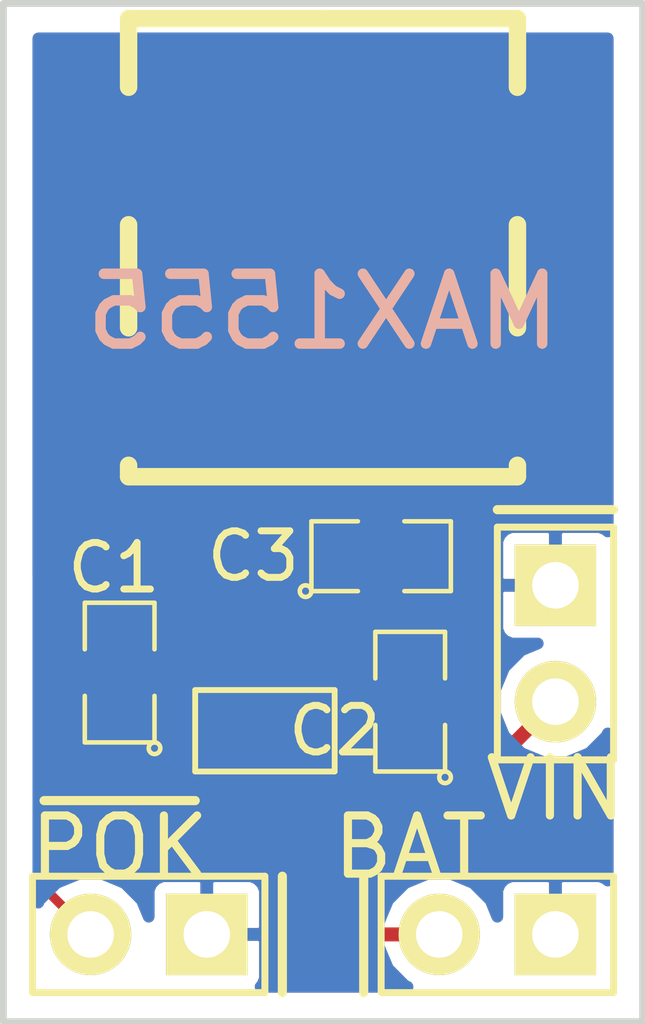
<source format=kicad_pcb>
(kicad_pcb (version 3) (host pcbnew "(2012-nov-02)-testing")

  (general
    (links 18)
    (no_connects 0)
    (area 147.657256 104.42702 175.387 129.615001)
    (thickness 1.6)
    (drawings 12)
    (tracks 20)
    (zones 0)
    (modules 8)
    (nets 6)
  )

  (page A3)
  (layers
    (15 F.Cu signal)
    (0 B.Cu signal)
    (16 B.Adhes user)
    (17 F.Adhes user)
    (18 B.Paste user)
    (19 F.Paste user)
    (20 B.SilkS user)
    (21 F.SilkS user)
    (22 B.Mask user)
    (23 F.Mask user)
    (24 Dwgs.User user)
    (25 Cmts.User user)
    (26 Eco1.User user)
    (27 Eco2.User user)
    (28 Edge.Cuts user)
  )

  (setup
    (last_trace_width 0.2032)
    (user_trace_width 0.2032)
    (trace_clearance 0.3048)
    (zone_clearance 0.254)
    (zone_45_only no)
    (trace_min 0.1524)
    (segment_width 0.2)
    (edge_width 0.15)
    (via_size 0.889)
    (via_drill 0.635)
    (via_min_size 0.889)
    (via_min_drill 0.508)
    (uvia_size 0.508)
    (uvia_drill 0.127)
    (uvias_allowed no)
    (uvia_min_size 0.508)
    (uvia_min_drill 0.127)
    (pcb_text_width 0.3)
    (pcb_text_size 1 1)
    (mod_edge_width 0.15)
    (mod_text_size 1 1)
    (mod_text_width 0.15)
    (pad_size 1.778 1.778)
    (pad_drill 1.016)
    (pad_to_mask_clearance 0)
    (aux_axis_origin 0 0)
    (visible_elements FFFFFFBF)
    (pcbplotparams
      (layerselection 284196865)
      (usegerberextensions true)
      (excludeedgelayer true)
      (linewidth 152400)
      (plotframeref false)
      (viasonmask false)
      (mode 1)
      (useauxorigin false)
      (hpglpennumber 1)
      (hpglpenspeed 20)
      (hpglpendiameter 15)
      (hpglpenoverlay 2)
      (psnegative false)
      (psa4output false)
      (plotreference true)
      (plotvalue true)
      (plotothertext true)
      (plotinvisibletext false)
      (padsonsilk false)
      (subtractmaskfromsilk false)
      (outputformat 1)
      (mirror false)
      (drillshape 0)
      (scaleselection 1)
      (outputdirectory out))
  )

  (net 0 "")
  (net 1 /BAT)
  (net 2 /VDC)
  (net 3 /VUSB)
  (net 4 /\POK)
  (net 5 GND)

  (net_class Default "This is the default net class."
    (clearance 0.3048)
    (trace_width 0.3048)
    (via_dia 0.889)
    (via_drill 0.635)
    (uvia_dia 0.508)
    (uvia_drill 0.127)
    (add_net "")
    (add_net /BAT)
    (add_net /VDC)
    (add_net /VUSB)
    (add_net /\POK)
    (add_net GND)
  )

  (module SOT23-5 (layer F.Cu) (tedit 5126531F) (tstamp 512650E2)
    (at 162.56 123.19 180)
    (path /5126503D)
    (attr smd)
    (fp_text reference P1 (at 8.255 0.635 270) (layer F.SilkS) hide
      (effects (font (size 0.635 0.635) (thickness 0.127)))
    )
    (fp_text value MAX1555 (at 12.065 1.27 180) (layer F.SilkS) hide
      (effects (font (size 0.635 0.635) (thickness 0.127)))
    )
    (fp_line (start 1.524 -0.889) (end 1.524 0.889) (layer F.SilkS) (width 0.127))
    (fp_line (start 1.524 0.889) (end -1.524 0.889) (layer F.SilkS) (width 0.127))
    (fp_line (start -1.524 0.889) (end -1.524 -0.889) (layer F.SilkS) (width 0.127))
    (fp_line (start -1.524 -0.889) (end 1.524 -0.889) (layer F.SilkS) (width 0.127))
    (pad 1 smd rect (at -0.9525 1.27 180) (size 0.508 0.762)
      (layers F.Cu F.Paste F.Mask)
      (net 3 /VUSB)
    )
    (pad 3 smd rect (at 0.9525 1.27 180) (size 0.508 0.762)
      (layers F.Cu F.Paste F.Mask)
      (net 4 /\POK)
    )
    (pad 5 smd rect (at -0.9525 -1.27 180) (size 0.508 0.762)
      (layers F.Cu F.Paste F.Mask)
      (net 2 /VDC)
    )
    (pad 2 smd rect (at 0 1.27 180) (size 0.508 0.762)
      (layers F.Cu F.Paste F.Mask)
      (net 5 GND)
    )
    (pad 4 smd rect (at 0.9525 -1.27 180) (size 0.508 0.762)
      (layers F.Cu F.Paste F.Mask)
      (net 1 /BAT)
    )
    (model smd/SOT23_5.wrl
      (at (xyz 0 0 0))
      (scale (xyz 0.1 0.1 0.1))
      (rotate (xyz 0 0 0))
    )
  )

  (module SM0805 (layer F.Cu) (tedit 5126536C) (tstamp 512650EF)
    (at 165.1 119.38)
    (path /51264F9A)
    (attr smd)
    (fp_text reference C3 (at -2.794 0) (layer F.SilkS)
      (effects (font (size 1.016 1.016) (thickness 0.1524)))
    )
    (fp_text value 10uF (at -10.668 -0.508) (layer F.SilkS) hide
      (effects (font (size 0.50038 0.50038) (thickness 0.10922)))
    )
    (fp_circle (center -1.651 0.762) (end -1.651 0.635) (layer F.SilkS) (width 0.09906))
    (fp_line (start -0.508 0.762) (end -1.524 0.762) (layer F.SilkS) (width 0.09906))
    (fp_line (start -1.524 0.762) (end -1.524 -0.762) (layer F.SilkS) (width 0.09906))
    (fp_line (start -1.524 -0.762) (end -0.508 -0.762) (layer F.SilkS) (width 0.09906))
    (fp_line (start 0.508 -0.762) (end 1.524 -0.762) (layer F.SilkS) (width 0.09906))
    (fp_line (start 1.524 -0.762) (end 1.524 0.762) (layer F.SilkS) (width 0.09906))
    (fp_line (start 1.524 0.762) (end 0.508 0.762) (layer F.SilkS) (width 0.09906))
    (pad 1 smd rect (at -0.9525 0) (size 0.889 1.397)
      (layers F.Cu F.Paste F.Mask)
      (net 3 /VUSB)
    )
    (pad 2 smd rect (at 0.9525 0) (size 0.889 1.397)
      (layers F.Cu F.Paste F.Mask)
      (net 5 GND)
    )
    (model smd/chip_cms.wrl
      (at (xyz 0 0 0))
      (scale (xyz 0.1 0.1 0.1))
      (rotate (xyz 0 0 0))
    )
  )

  (module SM0805 (layer F.Cu) (tedit 5126538E) (tstamp 51265541)
    (at 165.735 122.555 90)
    (path /5126524D)
    (attr smd)
    (fp_text reference C2 (at -0.635 -1.651 180) (layer F.SilkS)
      (effects (font (size 1.016 1.016) (thickness 0.1524)))
    )
    (fp_text value 10uF (at 1.905 -11.811 90) (layer F.SilkS) hide
      (effects (font (size 0.50038 0.50038) (thickness 0.10922)))
    )
    (fp_circle (center -1.651 0.762) (end -1.651 0.635) (layer F.SilkS) (width 0.09906))
    (fp_line (start -0.508 0.762) (end -1.524 0.762) (layer F.SilkS) (width 0.09906))
    (fp_line (start -1.524 0.762) (end -1.524 -0.762) (layer F.SilkS) (width 0.09906))
    (fp_line (start -1.524 -0.762) (end -0.508 -0.762) (layer F.SilkS) (width 0.09906))
    (fp_line (start 0.508 -0.762) (end 1.524 -0.762) (layer F.SilkS) (width 0.09906))
    (fp_line (start 1.524 -0.762) (end 1.524 0.762) (layer F.SilkS) (width 0.09906))
    (fp_line (start 1.524 0.762) (end 0.508 0.762) (layer F.SilkS) (width 0.09906))
    (pad 1 smd rect (at -0.9525 0 90) (size 0.889 1.397)
      (layers F.Cu F.Paste F.Mask)
      (net 2 /VDC)
    )
    (pad 2 smd rect (at 0.9525 0 90) (size 0.889 1.397)
      (layers F.Cu F.Paste F.Mask)
      (net 5 GND)
    )
    (model smd/chip_cms.wrl
      (at (xyz 0 0 0))
      (scale (xyz 0.1 0.1 0.1))
      (rotate (xyz 0 0 0))
    )
  )

  (module SM0805 (layer F.Cu) (tedit 51265370) (tstamp 51265109)
    (at 159.385 121.92 90)
    (path /512652AA)
    (attr smd)
    (fp_text reference C1 (at 2.286 -0.127 180) (layer F.SilkS)
      (effects (font (size 1.016 1.016) (thickness 0.1524)))
    )
    (fp_text value C (at 0.254 -3.429 90) (layer F.SilkS) hide
      (effects (font (size 0.50038 0.50038) (thickness 0.10922)))
    )
    (fp_circle (center -1.651 0.762) (end -1.651 0.635) (layer F.SilkS) (width 0.09906))
    (fp_line (start -0.508 0.762) (end -1.524 0.762) (layer F.SilkS) (width 0.09906))
    (fp_line (start -1.524 0.762) (end -1.524 -0.762) (layer F.SilkS) (width 0.09906))
    (fp_line (start -1.524 -0.762) (end -0.508 -0.762) (layer F.SilkS) (width 0.09906))
    (fp_line (start 0.508 -0.762) (end 1.524 -0.762) (layer F.SilkS) (width 0.09906))
    (fp_line (start 1.524 -0.762) (end 1.524 0.762) (layer F.SilkS) (width 0.09906))
    (fp_line (start 1.524 0.762) (end 0.508 0.762) (layer F.SilkS) (width 0.09906))
    (pad 1 smd rect (at -0.9525 0 90) (size 0.889 1.397)
      (layers F.Cu F.Paste F.Mask)
      (net 1 /BAT)
    )
    (pad 2 smd rect (at 0.9525 0 90) (size 0.889 1.397)
      (layers F.Cu F.Paste F.Mask)
      (net 5 GND)
    )
    (model smd/chip_cms.wrl
      (at (xyz 0 0 0))
      (scale (xyz 0.1 0.1 0.1))
      (rotate (xyz 0 0 0))
    )
  )

  (module PIN_ARRAY_2X1 (layer F.Cu) (tedit 512652DC) (tstamp 51265113)
    (at 168.91 121.285 90)
    (descr "Connecteurs 2 pins")
    (tags "CONN DEV")
    (path /51264F51)
    (fp_text reference P2 (at 3.81 -3.81 90) (layer F.SilkS) hide
      (effects (font (size 0.762 0.762) (thickness 0.1524)))
    )
    (fp_text value CONN_2 (at 0 -1.905 90) (layer F.SilkS) hide
      (effects (font (size 0.762 0.762) (thickness 0.1524)))
    )
    (fp_line (start -2.54 1.27) (end -2.54 -1.27) (layer F.SilkS) (width 0.1524))
    (fp_line (start -2.54 -1.27) (end 2.54 -1.27) (layer F.SilkS) (width 0.1524))
    (fp_line (start 2.54 -1.27) (end 2.54 1.27) (layer F.SilkS) (width 0.1524))
    (fp_line (start 2.54 1.27) (end -2.54 1.27) (layer F.SilkS) (width 0.1524))
    (pad 1 thru_hole circle (at -1.27 0 90) (size 1.778 1.778) (drill 1.016)
      (layers *.Cu *.Mask F.SilkS)
      (net 2 /VDC)
    )
    (pad 2 thru_hole rect (at 1.27 0 90) (size 1.778 1.778) (drill 1.016)
      (layers *.Cu *.Mask F.SilkS)
      (net 5 GND)
    )
    (model pin_array/pins_array_2x1.wrl
      (at (xyz 0 0 0))
      (scale (xyz 1 1 1))
      (rotate (xyz 0 0 0))
    )
  )

  (module PIN_ARRAY_2X1 (layer F.Cu) (tedit 512652EB) (tstamp 5126511D)
    (at 167.64 127.635)
    (descr "Connecteurs 2 pins")
    (tags "CONN DEV")
    (path /5126515A)
    (fp_text reference P3 (at 6.985 -4.445 90) (layer F.SilkS) hide
      (effects (font (size 0.762 0.762) (thickness 0.1524)))
    )
    (fp_text value CONN_2 (at 0 -1.905) (layer F.SilkS) hide
      (effects (font (size 0.762 0.762) (thickness 0.1524)))
    )
    (fp_line (start -2.54 1.27) (end -2.54 -1.27) (layer F.SilkS) (width 0.1524))
    (fp_line (start -2.54 -1.27) (end 2.54 -1.27) (layer F.SilkS) (width 0.1524))
    (fp_line (start 2.54 -1.27) (end 2.54 1.27) (layer F.SilkS) (width 0.1524))
    (fp_line (start 2.54 1.27) (end -2.54 1.27) (layer F.SilkS) (width 0.1524))
    (pad 1 thru_hole circle (at -1.27 0) (size 1.778 1.778) (drill 1.016)
      (layers *.Cu *.Mask F.SilkS)
      (net 1 /BAT)
    )
    (pad 2 thru_hole rect (at 1.27 0) (size 1.778 1.778) (drill 1.016)
      (layers *.Cu *.Mask F.SilkS)
      (net 5 GND)
    )
    (model pin_array/pins_array_2x1.wrl
      (at (xyz 0 0 0))
      (scale (xyz 1 1 1))
      (rotate (xyz 0 0 0))
    )
  )

  (module PIN_ARRAY_2X1 (layer F.Cu) (tedit 5126529D) (tstamp 512652B3)
    (at 160.02 127.635)
    (descr "Connecteurs 2 pins")
    (tags "CONN DEV")
    (path /512651B4)
    (fp_text reference P4 (at -5.08 -3.81) (layer F.SilkS) hide
      (effects (font (size 0.762 0.762) (thickness 0.1524)))
    )
    (fp_text value CONN_2 (at 0 -1.905) (layer F.SilkS) hide
      (effects (font (size 0.762 0.762) (thickness 0.1524)))
    )
    (fp_line (start -2.54 1.27) (end -2.54 -1.27) (layer F.SilkS) (width 0.1524))
    (fp_line (start -2.54 -1.27) (end 2.54 -1.27) (layer F.SilkS) (width 0.1524))
    (fp_line (start 2.54 -1.27) (end 2.54 1.27) (layer F.SilkS) (width 0.1524))
    (fp_line (start 2.54 1.27) (end -2.54 1.27) (layer F.SilkS) (width 0.1524))
    (pad 1 thru_hole circle (at -1.27 0) (size 1.778 1.778) (drill 1.016)
      (layers *.Cu *.Mask F.SilkS)
      (net 4 /\POK)
    )
    (pad 2 thru_hole rect (at 1.27 0) (size 1.778 1.778) (drill 1.016)
      (layers *.Cu *.Mask F.SilkS)
      (net 5 GND)
    )
    (model pin_array/pins_array_2x1.wrl
      (at (xyz 0 0 0))
      (scale (xyz 1 1 1))
      (rotate (xyz 0 0 0))
    )
  )

  (module MINI-USB-UX60A-MB-5ST (layer F.Cu) (tedit 50AC06B2) (tstamp 5126513D)
    (at 163.83 112.395 180)
    (path /51264EC6)
    (fp_text reference CON1 (at 0 -7.24916 180) (layer F.SilkS) hide
      (effects (font (size 1.524 1.524) (thickness 0.3048)))
    )
    (fp_text value USB-MINI-B (at 0 6.74878 180) (layer F.SilkS) hide
      (effects (font (size 1.524 1.524) (thickness 0.3048)))
    )
    (fp_line (start 4.24942 -5.00126) (end 4.24942 -5.25018) (layer F.SilkS) (width 0.381))
    (fp_line (start 4.24942 -5.25018) (end -4.24942 -5.25018) (layer F.SilkS) (width 0.381))
    (fp_line (start -4.24942 -5.25018) (end -4.24942 -5.00126) (layer F.SilkS) (width 0.381))
    (fp_line (start -4.24942 0.24892) (end -4.24942 -1.99898) (layer F.SilkS) (width 0.381))
    (fp_line (start 4.24942 0.24892) (end 4.24942 -1.99898) (layer F.SilkS) (width 0.381))
    (fp_line (start 0 4.7498) (end -4.24942 4.7498) (layer F.SilkS) (width 0.381))
    (fp_line (start -4.24942 4.7498) (end -4.24942 3.2512) (layer F.SilkS) (width 0.381))
    (fp_line (start 0 4.7498) (end 4.24942 4.7498) (layer F.SilkS) (width 0.381))
    (fp_line (start 4.24942 4.7498) (end 4.24942 3.2512) (layer F.SilkS) (width 0.381))
    (pad 5 smd rect (at 1.6002 -3.82524 180) (size 0.50038 1.99898)
      (layers F.Cu F.Paste F.Mask)
      (net 5 GND)
      (clearance 0.14986)
    )
    (pad 4 smd rect (at 0.8001 -3.82524 180) (size 0.50038 1.99898)
      (layers F.Cu F.Paste F.Mask)
      (clearance 0.14986)
    )
    (pad 3 smd rect (at 0 -3.82524 180) (size 0.50038 1.99898)
      (layers F.Cu F.Paste F.Mask)
      (clearance 0.14986)
    )
    (pad 2 smd rect (at -0.8001 -3.82524 180) (size 0.50038 1.99898)
      (layers F.Cu F.Paste F.Mask)
      (clearance 0.14986)
    )
    (pad 1 smd rect (at -1.6002 -3.82524 180) (size 0.50038 1.99898)
      (layers F.Cu F.Paste F.Mask)
      (net 3 /VUSB)
      (clearance 0.14986)
    )
    (pad 6 smd rect (at 4.20116 -3.57378 180) (size 2.49936 2.19964)
      (layers F.Cu F.Paste F.Mask)
      (net 5 GND)
    )
    (pad 6 smd rect (at -4.20116 -3.57378 180) (size 2.49936 2.19964)
      (layers F.Cu F.Paste F.Mask)
      (net 5 GND)
    )
    (pad 6 smd rect (at 4.20116 1.72466 180) (size 2.49936 2.19964)
      (layers F.Cu F.Paste F.Mask)
      (net 5 GND)
    )
    (pad 6 smd rect (at -4.20116 1.72466 180) (size 2.49936 2.19964)
      (layers F.Cu F.Paste F.Mask)
      (net 5 GND)
    )
  )

  (gr_text MAX1555 (at 163.83 114.046) (layer B.SilkS)
    (effects (font (size 1.524 1.524) (thickness 0.2286)) (justify mirror))
  )
  (gr_line (start 157.734 124.714) (end 161.036 124.714) (angle 90) (layer F.SilkS) (width 0.2))
  (gr_line (start 162.941 126.365) (end 162.941 128.905) (angle 90) (layer F.SilkS) (width 0.2))
  (gr_text POK (at 159.385 125.73) (layer F.SilkS)
    (effects (font (size 1.27 1.27) (thickness 0.1778)))
  )
  (gr_text BAT (at 165.735 125.73) (layer F.SilkS)
    (effects (font (size 1.27 1.27) (thickness 0.1778)))
  )
  (gr_line (start 164.719 126.365) (end 164.719 128.905) (angle 90) (layer F.SilkS) (width 0.2))
  (gr_line (start 167.64 118.364) (end 170.18 118.364) (angle 90) (layer F.SilkS) (width 0.2))
  (gr_text VIN (at 168.91 124.46) (layer F.SilkS)
    (effects (font (size 1.27 1.27) (thickness 0.1778)))
  )
  (gr_line (start 156.845 129.54) (end 156.845 107.315) (angle 90) (layer Edge.Cuts) (width 0.15))
  (gr_line (start 170.815 129.54) (end 156.845 129.54) (angle 90) (layer Edge.Cuts) (width 0.15))
  (gr_line (start 170.815 107.315) (end 170.815 129.54) (angle 90) (layer Edge.Cuts) (width 0.15))
  (gr_line (start 156.845 107.315) (end 170.815 107.315) (angle 90) (layer Edge.Cuts) (width 0.15))

  (segment (start 161.6075 124.46) (end 160.9725 124.46) (width 0.3048) (layer F.Cu) (net 1))
  (segment (start 160.9725 124.46) (end 159.385 122.8725) (width 0.3048) (layer F.Cu) (net 1) (tstamp 5126548E))
  (segment (start 161.6075 124.46) (end 161.6075 124.7775) (width 0.3048) (layer F.Cu) (net 1))
  (segment (start 164.465 127.635) (end 166.37 127.635) (width 0.3048) (layer F.Cu) (net 1) (tstamp 512653FE))
  (segment (start 161.6075 124.7775) (end 164.465 127.635) (width 0.3048) (layer F.Cu) (net 1) (tstamp 512653FD))
  (segment (start 165.735 123.5075) (end 167.9575 123.5075) (width 0.3048) (layer F.Cu) (net 2))
  (segment (start 167.9575 123.5075) (end 168.91 122.555) (width 0.3048) (layer F.Cu) (net 2) (tstamp 51265405))
  (segment (start 163.5125 124.46) (end 164.7825 124.46) (width 0.3048) (layer F.Cu) (net 2))
  (segment (start 164.7825 124.46) (end 165.735 123.5075) (width 0.3048) (layer F.Cu) (net 2) (tstamp 51265402))
  (segment (start 163.5125 121.92) (end 163.5125 120.015) (width 0.3048) (layer F.Cu) (net 3))
  (segment (start 163.5125 120.015) (end 164.1475 119.38) (width 0.3048) (layer F.Cu) (net 3) (tstamp 512653BA))
  (segment (start 164.1475 119.38) (end 164.1475 119.0625) (width 0.3048) (layer F.Cu) (net 3))
  (segment (start 165.4302 117.7798) (end 165.4302 116.22024) (width 0.3048) (layer F.Cu) (net 3) (tstamp 512653B6))
  (segment (start 164.1475 119.0625) (end 165.4302 117.7798) (width 0.3048) (layer F.Cu) (net 3) (tstamp 512653B5))
  (segment (start 161.6075 121.92) (end 161.6075 119.9515) (width 0.2032) (layer F.Cu) (net 4))
  (segment (start 157.734 126.619) (end 158.75 127.635) (width 0.2032) (layer F.Cu) (net 4) (tstamp 5126556E))
  (segment (start 157.734 120.396) (end 157.734 126.619) (width 0.2032) (layer F.Cu) (net 4) (tstamp 5126556D))
  (segment (start 158.496 119.634) (end 157.734 120.396) (width 0.2032) (layer F.Cu) (net 4) (tstamp 5126556C))
  (segment (start 161.29 119.634) (end 158.496 119.634) (width 0.2032) (layer F.Cu) (net 4) (tstamp 5126556B))
  (segment (start 161.6075 119.9515) (end 161.29 119.634) (width 0.2032) (layer F.Cu) (net 4) (tstamp 5126556A))

  (zone (net 5) (net_name GND) (layer F.Cu) (tstamp 512652BE) (hatch edge 0.508)
    (connect_pads (clearance 0.254))
    (min_thickness 0.254)
    (fill (arc_segments 16) (thermal_gap 0.254) (thermal_bridge_width 0.2794))
    (polygon
      (pts
        (xy 170.18 128.905) (xy 157.48 128.905) (xy 157.48 107.95) (xy 170.18 107.95)
      )
    )
    (filled_polygon
      (pts
        (xy 165.678487 128.778) (xy 162.463842 128.778) (xy 162.501808 128.740101) (xy 162.559934 128.600118) (xy 162.560066 128.448547)
        (xy 162.560066 126.821453) (xy 162.559934 126.669882) (xy 162.501808 126.529899) (xy 162.394537 126.422816) (xy 162.254453 126.364934)
        (xy 161.39795 126.365) (xy 161.3027 126.46025) (xy 161.3027 127.6223) (xy 162.46475 127.6223) (xy 162.56 127.52705)
        (xy 162.560066 126.821453) (xy 162.560066 128.448547) (xy 162.56 127.74295) (xy 162.46475 127.6477) (xy 161.3027 127.6477)
        (xy 161.3027 127.6677) (xy 161.2773 127.6677) (xy 161.2773 127.6477) (xy 161.2573 127.6477) (xy 161.2573 127.6223)
        (xy 161.2773 127.6223) (xy 161.2773 126.46025) (xy 161.18205 126.365) (xy 160.325547 126.364934) (xy 160.185463 126.422816)
        (xy 160.078192 126.529899) (xy 160.020066 126.669882) (xy 160.019934 126.821453) (xy 160.019974 127.249866) (xy 159.870373 126.887804)
        (xy 159.49915 126.515933) (xy 159.013876 126.31443) (xy 158.488429 126.313971) (xy 158.272523 126.403181) (xy 158.2674 126.398058)
        (xy 158.2674 123.433428) (xy 158.320225 123.561275) (xy 158.441586 123.682848) (xy 158.600233 123.748724) (xy 158.772013 123.748874)
        (xy 159.43519 123.748874) (xy 160.559408 124.873092) (xy 160.748936 124.99973) (xy 160.748937 124.99973) (xy 160.970051 125.043713)
        (xy 160.987225 125.085275) (xy 161.108586 125.206848) (xy 161.267233 125.272724) (xy 161.276548 125.272732) (xy 164.051908 128.048092)
        (xy 164.241436 128.17473) (xy 164.241437 128.17473) (xy 164.465 128.2192) (xy 165.182278 128.2192) (xy 165.249627 128.382196)
        (xy 165.62085 128.754067) (xy 165.678487 128.778)
      )
    )
    (filled_polygon
      (pts
        (xy 170.053 126.461211) (xy 170.014537 126.422816) (xy 169.874453 126.364934) (xy 169.01795 126.365) (xy 168.9227 126.46025)
        (xy 168.9227 127.6223) (xy 168.9427 127.6223) (xy 168.9427 127.6477) (xy 168.9227 127.6477) (xy 168.9227 127.6677)
        (xy 168.8973 127.6677) (xy 168.8973 127.6477) (xy 168.8773 127.6477) (xy 168.8773 127.6223) (xy 168.8973 127.6223)
        (xy 168.8973 126.46025) (xy 168.80205 126.365) (xy 167.945547 126.364934) (xy 167.805463 126.422816) (xy 167.698192 126.529899)
        (xy 167.640066 126.669882) (xy 167.639934 126.821453) (xy 167.639974 127.249866) (xy 167.490373 126.887804) (xy 167.11915 126.515933)
        (xy 166.633876 126.31443) (xy 166.108429 126.313971) (xy 165.622804 126.514627) (xy 165.250933 126.88585) (xy 165.182439 127.0508)
        (xy 164.706984 127.0508) (xy 162.293374 124.63719) (xy 162.293374 123.993487) (xy 162.227775 123.834725) (xy 162.106414 123.713152)
        (xy 161.947767 123.647276) (xy 161.775987 123.647126) (xy 161.267987 123.647126) (xy 161.109225 123.712725) (xy 161.080291 123.741607)
        (xy 160.515374 123.17669) (xy 160.515374 122.342487) (xy 160.464566 122.219522) (xy 160.464566 121.487453) (xy 160.4645 121.07545)
        (xy 160.36925 120.9802) (xy 159.3977 120.9802) (xy 159.3977 121.69775) (xy 159.49295 121.793) (xy 160.008047 121.793066)
        (xy 160.159618 121.792934) (xy 160.299601 121.734808) (xy 160.406684 121.627537) (xy 160.464566 121.487453) (xy 160.464566 122.219522)
        (xy 160.449775 122.183725) (xy 160.328414 122.062152) (xy 160.169767 121.996276) (xy 159.997987 121.996126) (xy 159.3723 121.996126)
        (xy 159.3723 121.69775) (xy 159.3723 120.9802) (xy 158.40075 120.9802) (xy 158.3055 121.07545) (xy 158.305434 121.487453)
        (xy 158.363316 121.627537) (xy 158.470399 121.734808) (xy 158.610382 121.792934) (xy 158.761953 121.793066) (xy 159.27705 121.793)
        (xy 159.3723 121.69775) (xy 159.3723 121.996126) (xy 158.600987 121.996126) (xy 158.442225 122.061725) (xy 158.320652 122.183086)
        (xy 158.2674 122.311331) (xy 158.2674 120.616941) (xy 158.305455 120.578886) (xy 158.3055 120.85955) (xy 158.40075 120.9548)
        (xy 159.3723 120.9548) (xy 159.3723 120.9348) (xy 159.3977 120.9348) (xy 159.3977 120.9548) (xy 160.36925 120.9548)
        (xy 160.4645 120.85955) (xy 160.464566 120.447547) (xy 160.406684 120.307463) (xy 160.299601 120.200192) (xy 160.220629 120.1674)
        (xy 161.069058 120.1674) (xy 161.0741 120.172441) (xy 161.0741 121.207788) (xy 160.987652 121.294086) (xy 160.921776 121.452733)
        (xy 160.921626 121.624513) (xy 160.921626 122.386513) (xy 160.987225 122.545275) (xy 161.108586 122.666848) (xy 161.267233 122.732724)
        (xy 161.439013 122.732874) (xy 161.947013 122.732874) (xy 162.105775 122.667275) (xy 162.131822 122.641273) (xy 162.230547 122.682066)
        (xy 162.45205 122.682) (xy 162.5473 122.58675) (xy 162.5473 121.9327) (xy 162.5273 121.9327) (xy 162.5273 121.9073)
        (xy 162.5473 121.9073) (xy 162.5473 121.25325) (xy 162.45205 121.158) (xy 162.230547 121.157934) (xy 162.2171 121.16349)
        (xy 162.2171 117.50548) (xy 162.2171 116.23294) (xy 162.2171 116.20754) (xy 162.2171 114.935) (xy 162.12185 114.83975)
        (xy 161.904157 114.839684) (xy 161.764073 114.897566) (xy 161.656802 115.004649) (xy 161.598676 115.144632) (xy 161.598544 115.296203)
        (xy 161.59861 116.11229) (xy 161.69386 116.20754) (xy 162.2171 116.20754) (xy 162.2171 116.23294) (xy 161.69386 116.23294)
        (xy 161.59861 116.32819) (xy 161.598544 117.144277) (xy 161.598676 117.295848) (xy 161.656802 117.435831) (xy 161.764073 117.542914)
        (xy 161.904157 117.600796) (xy 162.12185 117.60073) (xy 162.2171 117.50548) (xy 162.2171 121.16349) (xy 162.1409 121.194975)
        (xy 162.1409 119.9515) (xy 162.140899 119.951499) (xy 162.1409 119.951499) (xy 162.132823 119.910896) (xy 162.100297 119.747377)
        (xy 162.100296 119.747376) (xy 161.984671 119.574329) (xy 161.984667 119.574326) (xy 161.667171 119.256829) (xy 161.494123 119.141203)
        (xy 161.29 119.1006) (xy 161.259586 119.1006) (xy 161.259586 116.993147) (xy 161.259586 114.944413) (xy 161.259586 111.694707)
        (xy 161.259586 109.645973) (xy 161.259454 109.494402) (xy 161.201328 109.354419) (xy 161.094057 109.247336) (xy 160.953973 109.189454)
        (xy 159.73679 109.18952) (xy 159.64154 109.28477) (xy 159.64154 110.65764) (xy 161.16427 110.65764) (xy 161.25952 110.56239)
        (xy 161.259586 109.645973) (xy 161.259586 111.694707) (xy 161.25952 110.77829) (xy 161.16427 110.68304) (xy 159.64154 110.68304)
        (xy 159.64154 112.05591) (xy 159.73679 112.15116) (xy 160.953973 112.151226) (xy 161.094057 112.093344) (xy 161.201328 111.986261)
        (xy 161.259454 111.846278) (xy 161.259586 111.694707) (xy 161.259586 114.944413) (xy 161.259454 114.792842) (xy 161.201328 114.652859)
        (xy 161.094057 114.545776) (xy 160.953973 114.487894) (xy 159.73679 114.48796) (xy 159.64154 114.58321) (xy 159.64154 115.95608)
        (xy 161.16427 115.95608) (xy 161.25952 115.86083) (xy 161.259586 114.944413) (xy 161.259586 116.993147) (xy 161.25952 116.07673)
        (xy 161.16427 115.98148) (xy 159.64154 115.98148) (xy 159.64154 117.35435) (xy 159.73679 117.4496) (xy 160.953973 117.449666)
        (xy 161.094057 117.391784) (xy 161.201328 117.284701) (xy 161.259454 117.144718) (xy 161.259586 116.993147) (xy 161.259586 119.1006)
        (xy 159.61614 119.1006) (xy 159.61614 117.35435) (xy 159.61614 115.98148) (xy 159.61614 115.95608) (xy 159.61614 114.58321)
        (xy 159.61614 112.05591) (xy 159.61614 110.68304) (xy 159.61614 110.65764) (xy 159.61614 109.28477) (xy 159.52089 109.18952)
        (xy 158.303707 109.189454) (xy 158.163623 109.247336) (xy 158.056352 109.354419) (xy 157.998226 109.494402) (xy 157.998094 109.645973)
        (xy 157.99816 110.56239) (xy 158.09341 110.65764) (xy 159.61614 110.65764) (xy 159.61614 110.68304) (xy 158.09341 110.68304)
        (xy 157.99816 110.77829) (xy 157.998094 111.694707) (xy 157.998226 111.846278) (xy 158.056352 111.986261) (xy 158.163623 112.093344)
        (xy 158.303707 112.151226) (xy 159.52089 112.15116) (xy 159.61614 112.05591) (xy 159.61614 114.58321) (xy 159.52089 114.48796)
        (xy 158.303707 114.487894) (xy 158.163623 114.545776) (xy 158.056352 114.652859) (xy 157.998226 114.792842) (xy 157.998094 114.944413)
        (xy 157.99816 115.86083) (xy 158.09341 115.95608) (xy 159.61614 115.95608) (xy 159.61614 115.98148) (xy 158.09341 115.98148)
        (xy 157.99816 116.07673) (xy 157.998094 116.993147) (xy 157.998226 117.144718) (xy 158.056352 117.284701) (xy 158.163623 117.391784)
        (xy 158.303707 117.449666) (xy 159.52089 117.4496) (xy 159.61614 117.35435) (xy 159.61614 119.1006) (xy 158.496 119.1006)
        (xy 158.495999 119.1006) (xy 158.455396 119.108676) (xy 158.291877 119.141203) (xy 158.118829 119.256829) (xy 158.118826 119.256832)
        (xy 157.607 119.768658) (xy 157.607 108.077) (xy 170.053 108.077) (xy 170.053 118.841157) (xy 170.015101 118.803192)
        (xy 169.875118 118.745066) (xy 169.723547 118.744934) (xy 169.661906 118.744939) (xy 169.661906 116.993147) (xy 169.661906 114.944413)
        (xy 169.661906 111.694707) (xy 169.661906 109.645973) (xy 169.661774 109.494402) (xy 169.603648 109.354419) (xy 169.496377 109.247336)
        (xy 169.356293 109.189454) (xy 168.13911 109.18952) (xy 168.04386 109.28477) (xy 168.04386 110.65764) (xy 169.56659 110.65764)
        (xy 169.66184 110.56239) (xy 169.661906 109.645973) (xy 169.661906 111.694707) (xy 169.66184 110.77829) (xy 169.56659 110.68304)
        (xy 168.04386 110.68304) (xy 168.04386 112.05591) (xy 168.13911 112.15116) (xy 169.356293 112.151226) (xy 169.496377 112.093344)
        (xy 169.603648 111.986261) (xy 169.661774 111.846278) (xy 169.661906 111.694707) (xy 169.661906 114.944413) (xy 169.661774 114.792842)
        (xy 169.603648 114.652859) (xy 169.496377 114.545776) (xy 169.356293 114.487894) (xy 168.13911 114.48796) (xy 168.04386 114.58321)
        (xy 168.04386 115.95608) (xy 169.56659 115.95608) (xy 169.66184 115.86083) (xy 169.661906 114.944413) (xy 169.661906 116.993147)
        (xy 169.66184 116.07673) (xy 169.56659 115.98148) (xy 168.04386 115.98148) (xy 168.04386 117.35435) (xy 168.13911 117.4496)
        (xy 169.356293 117.449666) (xy 169.496377 117.391784) (xy 169.603648 117.284701) (xy 169.661774 117.144718) (xy 169.661906 116.993147)
        (xy 169.661906 118.744939) (xy 169.01795 118.745) (xy 168.9227 118.84025) (xy 168.9227 120.0023) (xy 168.9427 120.0023)
        (xy 168.9427 120.0277) (xy 168.9227 120.0277) (xy 168.9227 120.0477) (xy 168.8973 120.0477) (xy 168.8973 120.0277)
        (xy 168.8973 120.0023) (xy 168.8973 118.84025) (xy 168.80205 118.745) (xy 168.096453 118.744934) (xy 168.01846 118.745001)
        (xy 168.01846 117.35435) (xy 168.01846 115.98148) (xy 168.01846 115.95608) (xy 168.01846 114.58321) (xy 168.01846 112.05591)
        (xy 168.01846 110.68304) (xy 168.01846 110.65764) (xy 168.01846 109.28477) (xy 167.92321 109.18952) (xy 166.706027 109.189454)
        (xy 166.565943 109.247336) (xy 166.458672 109.354419) (xy 166.400546 109.494402) (xy 166.400414 109.645973) (xy 166.40048 110.56239)
        (xy 166.49573 110.65764) (xy 168.01846 110.65764) (xy 168.01846 110.68304) (xy 166.49573 110.68304) (xy 166.40048 110.77829)
        (xy 166.400414 111.694707) (xy 166.400546 111.846278) (xy 166.458672 111.986261) (xy 166.565943 112.093344) (xy 166.706027 112.151226)
        (xy 167.92321 112.15116) (xy 168.01846 112.05591) (xy 168.01846 114.58321) (xy 167.92321 114.48796) (xy 166.706027 114.487894)
        (xy 166.565943 114.545776) (xy 166.458672 114.652859) (xy 166.400546 114.792842) (xy 166.400414 114.944413) (xy 166.40048 115.86083)
        (xy 166.49573 115.95608) (xy 168.01846 115.95608) (xy 168.01846 115.98148) (xy 166.49573 115.98148) (xy 166.40048 116.07673)
        (xy 166.400414 116.993147) (xy 166.400546 117.144718) (xy 166.458672 117.284701) (xy 166.565943 117.391784) (xy 166.706027 117.449666)
        (xy 167.92321 117.4496) (xy 168.01846 117.35435) (xy 168.01846 118.745001) (xy 167.944882 118.745066) (xy 167.804899 118.803192)
        (xy 167.697816 118.910463) (xy 167.639934 119.050547) (xy 167.64 119.90705) (xy 167.73525 120.0023) (xy 168.8973 120.0023)
        (xy 168.8973 120.0277) (xy 167.73525 120.0277) (xy 167.64 120.12295) (xy 167.639934 120.979453) (xy 167.697816 121.119537)
        (xy 167.804899 121.226808) (xy 167.944882 121.284934) (xy 168.096453 121.285066) (xy 168.524866 121.285025) (xy 168.162804 121.434627)
        (xy 167.790933 121.80585) (xy 167.58943 122.291124) (xy 167.588971 122.816571) (xy 167.63307 122.9233) (xy 166.878066 122.9233)
        (xy 166.878066 120.003047) (xy 166.878066 118.756953) (xy 166.877934 118.605382) (xy 166.819808 118.465399) (xy 166.712537 118.358316)
        (xy 166.572453 118.300434) (xy 166.16045 118.3005) (xy 166.0652 118.39575) (xy 166.0652 119.3673) (xy 166.78275 119.3673)
        (xy 166.878 119.27205) (xy 166.878066 118.756953) (xy 166.878066 120.003047) (xy 166.878 119.48795) (xy 166.78275 119.3927)
        (xy 166.0652 119.3927) (xy 166.0652 120.36425) (xy 166.16045 120.4595) (xy 166.572453 120.459566) (xy 166.712537 120.401684)
        (xy 166.819808 120.294601) (xy 166.877934 120.154618) (xy 166.878066 120.003047) (xy 166.878066 122.9233) (xy 166.842984 122.9233)
        (xy 166.814566 122.854522) (xy 166.814566 122.122453) (xy 166.814566 121.082547) (xy 166.756684 120.942463) (xy 166.649601 120.835192)
        (xy 166.509618 120.777066) (xy 166.358047 120.776934) (xy 166.061456 120.776972) (xy 166.061456 117.144277) (xy 166.061456 115.145297)
        (xy 166.003574 115.005213) (xy 165.896491 114.897942) (xy 165.756508 114.839816) (xy 165.604937 114.839684) (xy 165.104557 114.839684)
        (xy 165.03014 114.870432) (xy 164.956408 114.839816) (xy 164.804837 114.839684) (xy 164.304457 114.839684) (xy 164.23004 114.870432)
        (xy 164.156308 114.839816) (xy 164.004737 114.839684) (xy 163.504357 114.839684) (xy 163.42994 114.870432) (xy 163.356208 114.839816)
        (xy 163.204637 114.839684) (xy 162.704257 114.839684) (xy 162.62985 114.870428) (xy 162.555443 114.839684) (xy 162.33775 114.83975)
        (xy 162.2425 114.935) (xy 162.2425 116.20754) (xy 162.2625 116.20754) (xy 162.2625 116.23294) (xy 162.2425 116.23294)
        (xy 162.2425 117.50548) (xy 162.33775 117.60073) (xy 162.555443 117.600796) (xy 162.629859 117.570047) (xy 162.703592 117.600664)
        (xy 162.855163 117.600796) (xy 163.355543 117.600796) (xy 163.429959 117.570047) (xy 163.503692 117.600664) (xy 163.655263 117.600796)
        (xy 164.155643 117.600796) (xy 164.230059 117.570047) (xy 164.303792 117.600664) (xy 164.455363 117.600796) (xy 164.78302 117.600796)
        (xy 164.13419 118.249626) (xy 163.617487 118.249626) (xy 163.458725 118.315225) (xy 163.337152 118.436586) (xy 163.271276 118.595233)
        (xy 163.271126 118.767013) (xy 163.271126 119.43019) (xy 163.099408 119.601908) (xy 162.97277 119.791436) (xy 162.9283 120.015)
        (xy 162.9283 121.173985) (xy 162.889453 121.157934) (xy 162.66795 121.158) (xy 162.5727 121.25325) (xy 162.5727 121.9073)
        (xy 162.5927 121.9073) (xy 162.5927 121.9327) (xy 162.5727 121.9327) (xy 162.5727 122.58675) (xy 162.66795 122.682)
        (xy 162.889453 122.682066) (xy 162.988091 122.641309) (xy 163.013586 122.666848) (xy 163.172233 122.732724) (xy 163.344013 122.732874)
        (xy 163.852013 122.732874) (xy 164.010775 122.667275) (xy 164.132348 122.545914) (xy 164.198224 122.387267) (xy 164.198374 122.215487)
        (xy 164.198374 121.453487) (xy 164.132775 121.294725) (xy 164.0967 121.258586) (xy 164.0967 120.510374) (xy 164.677513 120.510374)
        (xy 164.836275 120.444775) (xy 164.957848 120.323414) (xy 165.023724 120.164767) (xy 165.023874 119.992987) (xy 165.023874 119.012309)
        (xy 165.22694 118.809242) (xy 165.227 119.27205) (xy 165.32225 119.3673) (xy 166.0398 119.3673) (xy 166.0398 118.39575)
        (xy 165.94455 118.3005) (xy 165.735716 118.300466) (xy 165.843288 118.192894) (xy 165.843291 118.192892) (xy 165.843292 118.192892)
        (xy 165.96993 118.003364) (xy 166.0144 117.779801) (xy 166.014399 117.7798) (xy 166.0144 117.7798) (xy 166.0144 117.408853)
        (xy 166.061324 117.295848) (xy 166.061456 117.144277) (xy 166.061456 120.776972) (xy 166.0398 120.776974) (xy 166.0398 120.36425)
        (xy 166.0398 119.3927) (xy 165.32225 119.3927) (xy 165.227 119.48795) (xy 165.226934 120.003047) (xy 165.227066 120.154618)
        (xy 165.285192 120.294601) (xy 165.392463 120.401684) (xy 165.532547 120.459566) (xy 165.94455 120.4595) (xy 166.0398 120.36425)
        (xy 166.0398 120.776974) (xy 165.84295 120.777) (xy 165.7477 120.87225) (xy 165.7477 121.5898) (xy 166.71925 121.5898)
        (xy 166.8145 121.49455) (xy 166.814566 121.082547) (xy 166.814566 122.122453) (xy 166.8145 121.71045) (xy 166.71925 121.6152)
        (xy 165.7477 121.6152) (xy 165.7477 122.33275) (xy 165.84295 122.428) (xy 166.358047 122.428066) (xy 166.509618 122.427934)
        (xy 166.649601 122.369808) (xy 166.756684 122.262537) (xy 166.814566 122.122453) (xy 166.814566 122.854522) (xy 166.799775 122.818725)
        (xy 166.678414 122.697152) (xy 166.519767 122.631276) (xy 166.347987 122.631126) (xy 165.7223 122.631126) (xy 165.7223 122.33275)
        (xy 165.7223 121.6152) (xy 165.7223 121.5898) (xy 165.7223 120.87225) (xy 165.62705 120.777) (xy 165.111953 120.776934)
        (xy 164.960382 120.777066) (xy 164.820399 120.835192) (xy 164.713316 120.942463) (xy 164.655434 121.082547) (xy 164.6555 121.49455)
        (xy 164.75075 121.5898) (xy 165.7223 121.5898) (xy 165.7223 121.6152) (xy 164.75075 121.6152) (xy 164.6555 121.71045)
        (xy 164.655434 122.122453) (xy 164.713316 122.262537) (xy 164.820399 122.369808) (xy 164.960382 122.427934) (xy 165.111953 122.428066)
        (xy 165.62705 122.428) (xy 165.7223 122.33275) (xy 165.7223 122.631126) (xy 164.950987 122.631126) (xy 164.792225 122.696725)
        (xy 164.670652 122.818086) (xy 164.604776 122.976733) (xy 164.604626 123.148513) (xy 164.604626 123.81169) (xy 164.540516 123.8758)
        (xy 164.149746 123.8758) (xy 164.132775 123.834725) (xy 164.011414 123.713152) (xy 163.852767 123.647276) (xy 163.680987 123.647126)
        (xy 163.172987 123.647126) (xy 163.014225 123.712725) (xy 162.892652 123.834086) (xy 162.826776 123.992733) (xy 162.826626 124.164513)
        (xy 162.826626 124.926513) (xy 162.892225 125.085275) (xy 163.013586 125.206848) (xy 163.172233 125.272724) (xy 163.344013 125.272874)
        (xy 163.852013 125.272874) (xy 164.010775 125.207275) (xy 164.132348 125.085914) (xy 164.149669 125.0442) (xy 164.7825 125.0442)
        (xy 165.006063 124.99973) (xy 165.006064 124.99973) (xy 165.195592 124.873092) (xy 165.684809 124.383874) (xy 166.519013 124.383874)
        (xy 166.677775 124.318275) (xy 166.799348 124.196914) (xy 166.843036 124.0917) (xy 167.9575 124.0917) (xy 168.181063 124.04723)
        (xy 168.181064 124.04723) (xy 168.370592 123.920592) (xy 168.483246 123.807937) (xy 168.646124 123.87557) (xy 169.171571 123.876029)
        (xy 169.657196 123.675373) (xy 170.029067 123.30415) (xy 170.053 123.246512) (xy 170.053 126.461211)
      )
    )
  )
  (zone (net 5) (net_name GND) (layer B.Cu) (tstamp 512652BF) (hatch edge 0.508)
    (connect_pads (clearance 0.254))
    (min_thickness 0.254)
    (fill (arc_segments 16) (thermal_gap 0.254) (thermal_bridge_width 0.2794))
    (polygon
      (pts
        (xy 170.18 128.905) (xy 157.48 128.905) (xy 157.48 107.95) (xy 170.18 107.95)
      )
    )
    (filled_polygon
      (pts
        (xy 170.053 126.461211) (xy 170.014537 126.422816) (xy 169.874453 126.364934) (xy 169.01795 126.365) (xy 168.9227 126.46025)
        (xy 168.9227 127.6223) (xy 168.9427 127.6223) (xy 168.9427 127.6477) (xy 168.9227 127.6477) (xy 168.9227 127.6677)
        (xy 168.8973 127.6677) (xy 168.8973 127.6477) (xy 168.8773 127.6477) (xy 168.8773 127.6223) (xy 168.8973 127.6223)
        (xy 168.8973 126.46025) (xy 168.80205 126.365) (xy 167.945547 126.364934) (xy 167.805463 126.422816) (xy 167.698192 126.529899)
        (xy 167.640066 126.669882) (xy 167.639934 126.821453) (xy 167.639974 127.249866) (xy 167.490373 126.887804) (xy 167.11915 126.515933)
        (xy 166.633876 126.31443) (xy 166.108429 126.313971) (xy 165.622804 126.514627) (xy 165.250933 126.88585) (xy 165.04943 127.371124)
        (xy 165.048971 127.896571) (xy 165.249627 128.382196) (xy 165.62085 128.754067) (xy 165.678487 128.778) (xy 162.463842 128.778)
        (xy 162.501808 128.740101) (xy 162.559934 128.600118) (xy 162.560066 128.448547) (xy 162.560066 126.821453) (xy 162.559934 126.669882)
        (xy 162.501808 126.529899) (xy 162.394537 126.422816) (xy 162.254453 126.364934) (xy 161.39795 126.365) (xy 161.3027 126.46025)
        (xy 161.3027 127.6223) (xy 162.46475 127.6223) (xy 162.56 127.52705) (xy 162.560066 126.821453) (xy 162.560066 128.448547)
        (xy 162.56 127.74295) (xy 162.46475 127.6477) (xy 161.3027 127.6477) (xy 161.3027 127.6677) (xy 161.2773 127.6677)
        (xy 161.2773 127.6477) (xy 161.2573 127.6477) (xy 161.2573 127.6223) (xy 161.2773 127.6223) (xy 161.2773 126.46025)
        (xy 161.18205 126.365) (xy 160.325547 126.364934) (xy 160.185463 126.422816) (xy 160.078192 126.529899) (xy 160.020066 126.669882)
        (xy 160.019934 126.821453) (xy 160.019974 127.249866) (xy 159.870373 126.887804) (xy 159.49915 126.515933) (xy 159.013876 126.31443)
        (xy 158.488429 126.313971) (xy 158.002804 126.514627) (xy 157.630933 126.88585) (xy 157.607 126.943487) (xy 157.607 108.077)
        (xy 170.053 108.077) (xy 170.053 118.841157) (xy 170.015101 118.803192) (xy 169.875118 118.745066) (xy 169.723547 118.744934)
        (xy 169.01795 118.745) (xy 168.9227 118.84025) (xy 168.9227 120.0023) (xy 168.9427 120.0023) (xy 168.9427 120.0277)
        (xy 168.9227 120.0277) (xy 168.9227 120.0477) (xy 168.8973 120.0477) (xy 168.8973 120.0277) (xy 168.8973 120.0023)
        (xy 168.8973 118.84025) (xy 168.80205 118.745) (xy 168.096453 118.744934) (xy 167.944882 118.745066) (xy 167.804899 118.803192)
        (xy 167.697816 118.910463) (xy 167.639934 119.050547) (xy 167.64 119.90705) (xy 167.73525 120.0023) (xy 168.8973 120.0023)
        (xy 168.8973 120.0277) (xy 167.73525 120.0277) (xy 167.64 120.12295) (xy 167.639934 120.979453) (xy 167.697816 121.119537)
        (xy 167.804899 121.226808) (xy 167.944882 121.284934) (xy 168.096453 121.285066) (xy 168.524866 121.285025) (xy 168.162804 121.434627)
        (xy 167.790933 121.80585) (xy 167.58943 122.291124) (xy 167.588971 122.816571) (xy 167.789627 123.302196) (xy 168.16085 123.674067)
        (xy 168.646124 123.87557) (xy 169.171571 123.876029) (xy 169.657196 123.675373) (xy 170.029067 123.30415) (xy 170.053 123.246512)
        (xy 170.053 126.461211)
      )
    )
  )
)

</source>
